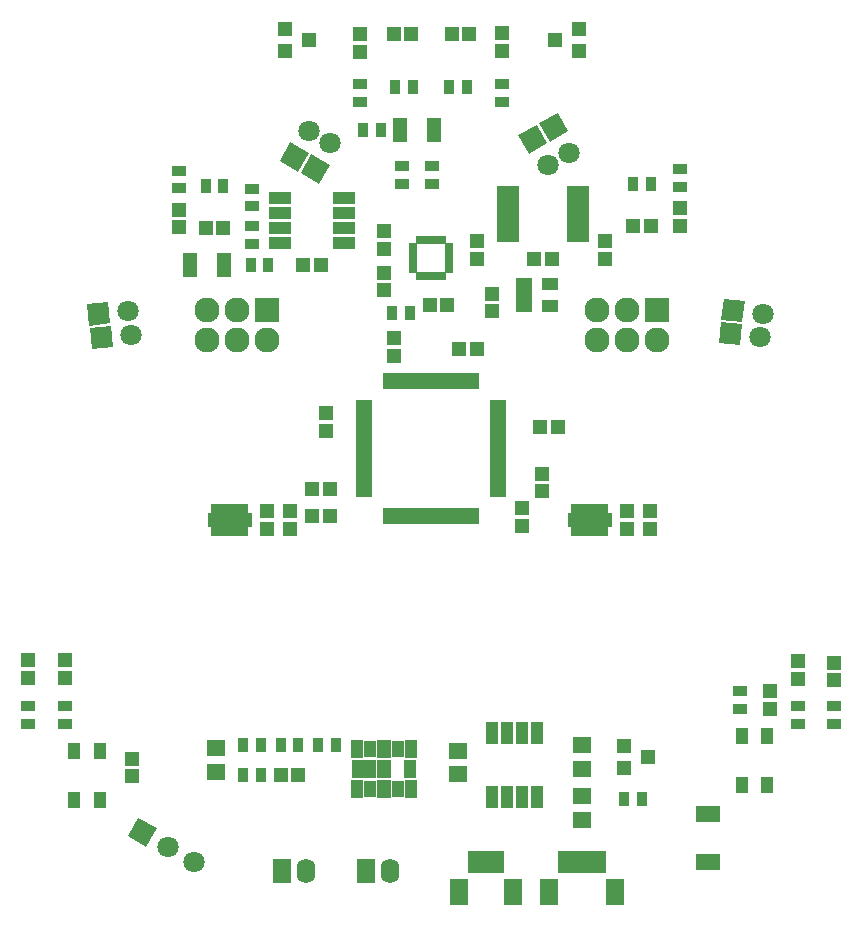
<source format=gts>
G04 #@! TF.FileFunction,Soldermask,Top*
%FSLAX46Y46*%
G04 Gerber Fmt 4.6, Leading zero omitted, Abs format (unit mm)*
G04 Created by KiCad (PCBNEW 4.0.1-stable) date 2016/09/09 19:26:17*
%MOMM*%
G01*
G04 APERTURE LIST*
%ADD10C,0.100000*%
%ADD11R,1.150000X1.200000*%
%ADD12R,1.200000X1.150000*%
%ADD13R,1.650000X1.400000*%
%ADD14R,1.197560X1.197560*%
%ADD15C,1.800000*%
%ADD16R,2.127200X2.127200*%
%ADD17O,2.127200X2.127200*%
%ADD18R,1.200100X1.200100*%
%ADD19R,0.900000X1.300000*%
%ADD20R,1.300000X0.900000*%
%ADD21R,1.300000X2.100000*%
%ADD22R,2.000000X1.400000*%
%ADD23C,1.797000*%
%ADD24R,1.050000X1.450000*%
%ADD25R,3.800000X1.300000*%
%ADD26R,0.680000X0.900000*%
%ADD27C,1.000000*%
%ADD28R,1.460000X1.050000*%
%ADD29R,1.000000X1.950000*%
%ADD30R,1.400000X0.650000*%
%ADD31R,0.650000X1.400000*%
%ADD32R,1.950000X1.000000*%
%ADD33R,1.850000X0.850000*%
%ADD34R,0.600000X0.800000*%
%ADD35R,0.800000X0.600000*%
%ADD36R,1.600000X2.100000*%
%ADD37O,1.600000X2.100000*%
%ADD38R,1.200000X1.500000*%
%ADD39R,1.100000X1.500000*%
%ADD40R,1.100000X1.400000*%
%ADD41R,1.000000X1.500000*%
%ADD42R,1.600000X2.200000*%
G04 APERTURE END LIST*
D10*
D11*
X144526000Y-82193000D03*
X144526000Y-83693000D03*
D12*
X137680000Y-85090000D03*
X139180000Y-85090000D03*
D11*
X144526000Y-85737000D03*
X144526000Y-87237000D03*
D13*
X130302000Y-126000000D03*
X130302000Y-128000000D03*
D12*
X148390000Y-88460000D03*
X149890000Y-88460000D03*
X137275000Y-128270000D03*
X135775000Y-128270000D03*
X157238000Y-84582000D03*
X158738000Y-84582000D03*
D11*
X123190000Y-126885000D03*
X123190000Y-128385000D03*
X145410000Y-92790000D03*
X145410000Y-91290000D03*
D13*
X150800000Y-126200000D03*
X150800000Y-128200000D03*
D12*
X139930000Y-104013000D03*
X138430000Y-104013000D03*
D11*
X134620000Y-105930000D03*
X134620000Y-107430000D03*
X153670000Y-89015000D03*
X153670000Y-87515000D03*
X136525000Y-105930000D03*
X136525000Y-107430000D03*
X163195000Y-84570000D03*
X163195000Y-83070000D03*
X152400000Y-84570000D03*
X152400000Y-83070000D03*
D13*
X161290000Y-130064000D03*
X161290000Y-132064000D03*
D11*
X165100000Y-105930000D03*
X165100000Y-107430000D03*
X167005000Y-105930000D03*
X167005000Y-107430000D03*
D13*
X161290000Y-125746000D03*
X161290000Y-127746000D03*
D11*
X177165000Y-122670000D03*
X177165000Y-121170000D03*
D12*
X150876000Y-92202000D03*
X152376000Y-92202000D03*
D11*
X156210000Y-105676000D03*
X156210000Y-107176000D03*
X139600000Y-97650000D03*
X139600000Y-99150000D03*
D12*
X157750000Y-98790000D03*
X159250000Y-98790000D03*
X139942000Y-106299000D03*
X138442000Y-106299000D03*
D11*
X157861000Y-104255000D03*
X157861000Y-102755000D03*
X142500000Y-65550000D03*
X142500000Y-67050000D03*
D12*
X146850000Y-65500000D03*
X145350000Y-65500000D03*
D11*
X127127000Y-81903000D03*
X127127000Y-80403000D03*
D12*
X130925000Y-81915000D03*
X129425000Y-81915000D03*
D11*
X169545000Y-81776000D03*
X169545000Y-80276000D03*
D12*
X165620000Y-81788000D03*
X167120000Y-81788000D03*
D11*
X154500000Y-65450000D03*
X154500000Y-66950000D03*
D12*
X150250000Y-65500000D03*
X151750000Y-65500000D03*
D14*
X114400000Y-118550700D03*
X114400000Y-120049300D03*
X117500000Y-118550700D03*
X117500000Y-120049300D03*
X179600000Y-118650700D03*
X179600000Y-120149300D03*
X182600000Y-118750700D03*
X182600000Y-120249300D03*
D10*
G36*
X172860855Y-91710994D02*
X173049006Y-89920855D01*
X174839145Y-90109006D01*
X174650994Y-91899145D01*
X172860855Y-91710994D01*
X172860855Y-91710994D01*
G37*
D15*
X176376086Y-91175502D03*
D10*
G36*
X139013423Y-78191423D02*
X137454577Y-77291423D01*
X138354577Y-75732577D01*
X139913423Y-76632577D01*
X139013423Y-78191423D01*
X139013423Y-78191423D01*
G37*
D15*
X139954000Y-74762295D03*
D10*
G36*
X119789006Y-92239145D02*
X119600855Y-90449006D01*
X121390994Y-90260855D01*
X121579145Y-92050994D01*
X119789006Y-92239145D01*
X119789006Y-92239145D01*
G37*
D15*
X123116086Y-90984498D03*
D10*
G36*
X155880577Y-74100577D02*
X157439423Y-73200577D01*
X158339423Y-74759423D01*
X156780577Y-75659423D01*
X155880577Y-74100577D01*
X155880577Y-74100577D01*
G37*
D15*
X158380000Y-76629705D03*
D10*
G36*
X137235423Y-77175423D02*
X135676577Y-76275423D01*
X136576577Y-74716577D01*
X138135423Y-75616577D01*
X137235423Y-77175423D01*
X137235423Y-77175423D01*
G37*
D15*
X138176000Y-73746295D03*
D10*
G36*
X119559006Y-90219145D02*
X119370855Y-88429006D01*
X121160994Y-88240855D01*
X121349145Y-90030994D01*
X119559006Y-90219145D01*
X119559006Y-90219145D01*
G37*
D15*
X122886086Y-88964498D03*
D10*
G36*
X173080855Y-89760994D02*
X173269006Y-87970855D01*
X175059145Y-88159006D01*
X174870994Y-89949145D01*
X173080855Y-89760994D01*
X173080855Y-89760994D01*
G37*
D15*
X176596086Y-89225502D03*
D10*
G36*
X157660577Y-73100577D02*
X159219423Y-72200577D01*
X160119423Y-73759423D01*
X158560577Y-74659423D01*
X157660577Y-73100577D01*
X157660577Y-73100577D01*
G37*
D15*
X160160000Y-75629705D03*
D16*
X134620000Y-88900000D03*
D17*
X134620000Y-91440000D03*
X132080000Y-88900000D03*
X132080000Y-91440000D03*
X129540000Y-88900000D03*
X129540000Y-91440000D03*
D16*
X167640000Y-88900000D03*
D17*
X167640000Y-91440000D03*
X165100000Y-88900000D03*
X165100000Y-91440000D03*
X162560000Y-88900000D03*
X162560000Y-91440000D03*
D18*
X164861240Y-125796000D03*
X164861240Y-127696000D03*
X166860220Y-126746000D03*
X136159240Y-65090000D03*
X136159240Y-66990000D03*
X138158220Y-66040000D03*
X161020760Y-66990000D03*
X161020760Y-65090000D03*
X159021780Y-66040000D03*
D19*
X140450000Y-125730000D03*
X138950000Y-125730000D03*
X137275000Y-125730000D03*
X135775000Y-125730000D03*
X134100000Y-125730000D03*
X132600000Y-125730000D03*
X132600000Y-128270000D03*
X134100000Y-128270000D03*
D20*
X114400000Y-122450000D03*
X114400000Y-123950000D03*
X117500000Y-122450000D03*
X117500000Y-123950000D03*
X179600000Y-122450000D03*
X179600000Y-123950000D03*
X182600000Y-122450000D03*
X182600000Y-123950000D03*
D19*
X166358000Y-130302000D03*
X164858000Y-130302000D03*
D20*
X174625000Y-121170000D03*
X174625000Y-122670000D03*
D19*
X145210000Y-89190000D03*
X146710000Y-89190000D03*
D20*
X146050000Y-78220000D03*
X146050000Y-76720000D03*
X148590000Y-78220000D03*
X148590000Y-76720000D03*
D19*
X144260000Y-73660000D03*
X142760000Y-73660000D03*
D21*
X148770000Y-73660000D03*
X145870000Y-73660000D03*
D20*
X133350000Y-83300000D03*
X133350000Y-81800000D03*
X133350000Y-80125000D03*
X133350000Y-78625000D03*
D19*
X133235000Y-85090000D03*
X134735000Y-85090000D03*
D21*
X130990000Y-85090000D03*
X128090000Y-85090000D03*
D20*
X142500000Y-69750000D03*
X142500000Y-71250000D03*
D19*
X146950000Y-70000000D03*
X145450000Y-70000000D03*
D20*
X127127000Y-78601000D03*
X127127000Y-77101000D03*
D19*
X130925000Y-78359000D03*
X129425000Y-78359000D03*
D20*
X169545000Y-78474000D03*
X169545000Y-76974000D03*
D19*
X165620000Y-78232000D03*
X167120000Y-78232000D03*
D20*
X154500000Y-69750000D03*
X154500000Y-71250000D03*
D19*
X150050000Y-70000000D03*
X151550000Y-70000000D03*
D22*
X171958000Y-131604000D03*
X171958000Y-135604000D03*
D10*
G36*
X122810921Y-133424874D02*
X123709421Y-131868626D01*
X125265669Y-132767126D01*
X124367169Y-134323374D01*
X122810921Y-133424874D01*
X122810921Y-133424874D01*
G37*
D23*
X126238000Y-134366000D03*
X128437705Y-135636000D03*
D24*
X118305000Y-130345000D03*
X118305000Y-126195000D03*
X120455000Y-130345000D03*
X120455000Y-126195000D03*
X174820000Y-129075000D03*
X174820000Y-124925000D03*
X176970000Y-129075000D03*
X176970000Y-124925000D03*
D25*
X131445000Y-106680000D03*
D26*
X131195000Y-105730000D03*
D27*
X131445000Y-106680000D03*
D26*
X132695000Y-105730000D03*
X132195000Y-105730000D03*
X131695000Y-105730000D03*
X130695000Y-105730000D03*
X130195000Y-105730000D03*
X132695000Y-107630000D03*
X132195000Y-107630000D03*
X131695000Y-107630000D03*
X131195000Y-107630000D03*
X130695000Y-107630000D03*
X130195000Y-107630000D03*
D27*
X132195000Y-106680000D03*
X130695000Y-106680000D03*
D28*
X156380000Y-86680000D03*
X156380000Y-87630000D03*
X156380000Y-88580000D03*
X158580000Y-88580000D03*
X158580000Y-86680000D03*
D25*
X161925000Y-106680000D03*
D26*
X161675000Y-105730000D03*
D27*
X161925000Y-106680000D03*
D26*
X163175000Y-105730000D03*
X162675000Y-105730000D03*
X162175000Y-105730000D03*
X161175000Y-105730000D03*
X160675000Y-105730000D03*
X163175000Y-107630000D03*
X162675000Y-107630000D03*
X162175000Y-107630000D03*
X161675000Y-107630000D03*
X161175000Y-107630000D03*
X160675000Y-107630000D03*
D27*
X162675000Y-106680000D03*
X161175000Y-106680000D03*
D29*
X157505000Y-124700000D03*
X156235000Y-124700000D03*
X154965000Y-124700000D03*
X153695000Y-124700000D03*
X153695000Y-130100000D03*
X154965000Y-130100000D03*
X156235000Y-130100000D03*
X157505000Y-130100000D03*
D30*
X154200000Y-104370000D03*
X154200000Y-103870000D03*
X154200000Y-103370000D03*
X154200000Y-102870000D03*
X154200000Y-102370000D03*
X154200000Y-101870000D03*
X154200000Y-101370000D03*
X154200000Y-100870000D03*
X154200000Y-100370000D03*
X154200000Y-99870000D03*
X154200000Y-99370000D03*
X154200000Y-98870000D03*
X154200000Y-98370000D03*
X154200000Y-97870000D03*
X154200000Y-97370000D03*
X154200000Y-96870000D03*
D31*
X152250000Y-94920000D03*
X151750000Y-94920000D03*
X151250000Y-94920000D03*
X150750000Y-94920000D03*
X150250000Y-94920000D03*
X149750000Y-94920000D03*
X149250000Y-94920000D03*
X148750000Y-94920000D03*
X148250000Y-94920000D03*
X147750000Y-94920000D03*
X147250000Y-94920000D03*
X146750000Y-94920000D03*
X146250000Y-94920000D03*
X145750000Y-94920000D03*
X145250000Y-94920000D03*
X144750000Y-94920000D03*
D30*
X142800000Y-96870000D03*
X142800000Y-97370000D03*
X142800000Y-97870000D03*
X142800000Y-98370000D03*
X142800000Y-98870000D03*
X142800000Y-99370000D03*
X142800000Y-99870000D03*
X142800000Y-100370000D03*
X142800000Y-100870000D03*
X142800000Y-101370000D03*
X142800000Y-101870000D03*
X142800000Y-102370000D03*
X142800000Y-102870000D03*
X142800000Y-103370000D03*
X142800000Y-103870000D03*
X142800000Y-104370000D03*
D31*
X144750000Y-106320000D03*
X145250000Y-106320000D03*
X145750000Y-106320000D03*
X146250000Y-106320000D03*
X146750000Y-106320000D03*
X147250000Y-106320000D03*
X147750000Y-106320000D03*
X148250000Y-106320000D03*
X148750000Y-106320000D03*
X149250000Y-106320000D03*
X149750000Y-106320000D03*
X150250000Y-106320000D03*
X150750000Y-106320000D03*
X151250000Y-106320000D03*
X151750000Y-106320000D03*
X152250000Y-106320000D03*
D32*
X141130000Y-83185000D03*
X141130000Y-81915000D03*
X141130000Y-80645000D03*
X141130000Y-79375000D03*
X135730000Y-79375000D03*
X135730000Y-80645000D03*
X135730000Y-81915000D03*
X135730000Y-83185000D03*
D33*
X155038000Y-78822000D03*
X155038000Y-79472000D03*
X155038000Y-80122000D03*
X155038000Y-80772000D03*
X155038000Y-81422000D03*
X155038000Y-82072000D03*
X155038000Y-82722000D03*
X160938000Y-82722000D03*
X160938000Y-82072000D03*
X160938000Y-81422000D03*
X160938000Y-80772000D03*
X160938000Y-80122000D03*
X160938000Y-79472000D03*
X160938000Y-78822000D03*
D34*
X149500000Y-82990000D03*
X149100000Y-82990000D03*
X148700000Y-82990000D03*
X148300000Y-82990000D03*
X147900000Y-82990000D03*
X147500000Y-82990000D03*
D35*
X147000000Y-83490000D03*
X147000000Y-83890000D03*
X147000000Y-84290000D03*
X147000000Y-84690000D03*
X147000000Y-85090000D03*
X147000000Y-85490000D03*
D34*
X147500000Y-85990000D03*
X147900000Y-85990000D03*
X148300000Y-85990000D03*
X148700000Y-85990000D03*
X149100000Y-85990000D03*
X149500000Y-85990000D03*
D35*
X150000000Y-85490000D03*
X150000000Y-85090000D03*
X150000000Y-84690000D03*
X150000000Y-84290000D03*
X150000000Y-83890000D03*
X150000000Y-83490000D03*
D36*
X135890000Y-136398000D03*
D37*
X137890000Y-136398000D03*
D36*
X143002000Y-136398000D03*
D37*
X145002000Y-136398000D03*
D38*
X144526000Y-127762000D03*
D39*
X146776000Y-129462000D03*
D40*
X145676000Y-129462000D03*
D38*
X144526000Y-129462000D03*
D40*
X143376000Y-129462000D03*
D39*
X142276000Y-129462000D03*
D41*
X142326000Y-127762000D03*
D39*
X142276000Y-126062000D03*
D40*
X143376000Y-126062000D03*
D38*
X144526000Y-126062000D03*
D40*
X145676000Y-126062000D03*
D39*
X146776000Y-126062000D03*
D41*
X146726000Y-127762000D03*
D39*
X143376000Y-127762000D03*
D29*
X162790000Y-135643500D03*
X161790000Y-135643500D03*
X160790000Y-135643500D03*
X159790000Y-135643500D03*
D42*
X164090000Y-138168500D03*
X158490000Y-138168500D03*
D29*
X154162000Y-135643500D03*
X153162000Y-135643500D03*
X152162000Y-135643500D03*
D42*
X155462000Y-138168500D03*
X150862000Y-138168500D03*
M02*

</source>
